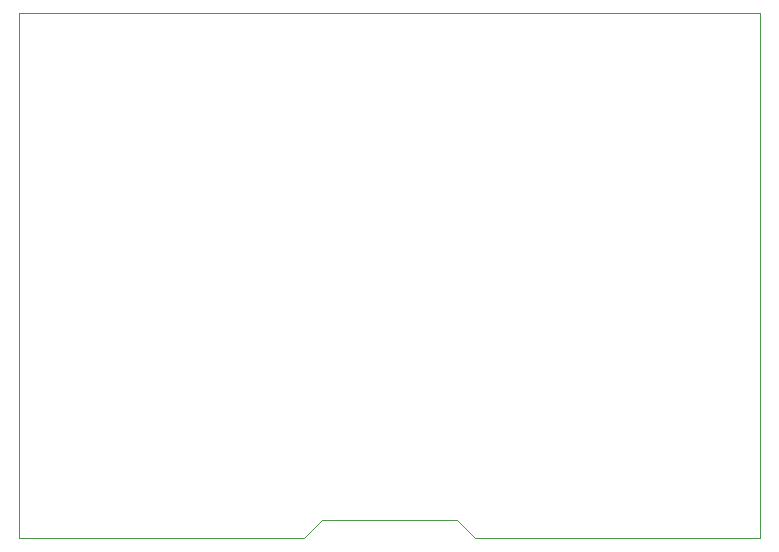
<source format=gbr>
%TF.GenerationSoftware,KiCad,Pcbnew,7.0.9*%
%TF.CreationDate,2024-01-15T23:30:26+02:00*%
%TF.ProjectId,DRM_Watch_V3,44524d5f-5761-4746-9368-5f56332e6b69,rev?*%
%TF.SameCoordinates,Original*%
%TF.FileFunction,Profile,NP*%
%FSLAX46Y46*%
G04 Gerber Fmt 4.6, Leading zero omitted, Abs format (unit mm)*
G04 Created by KiCad (PCBNEW 7.0.9) date 2024-01-15 23:30:26*
%MOMM*%
%LPD*%
G01*
G04 APERTURE LIST*
%TA.AperFunction,Profile*%
%ADD10C,0.100000*%
%TD*%
G04 APERTURE END LIST*
D10*
X128778000Y-87630000D02*
X104648000Y-87630000D01*
X66040000Y-43180000D02*
X128778000Y-43180000D01*
X103124000Y-86106000D02*
X91694000Y-86106000D01*
X104648000Y-87630000D02*
X103124000Y-86106000D01*
X90170000Y-87630000D02*
X91694000Y-86106000D01*
X66040000Y-87630000D02*
X90170000Y-87630000D01*
X128778000Y-43180000D02*
X128778000Y-87630000D01*
X66040000Y-43180000D02*
X66040000Y-87630000D01*
M02*

</source>
